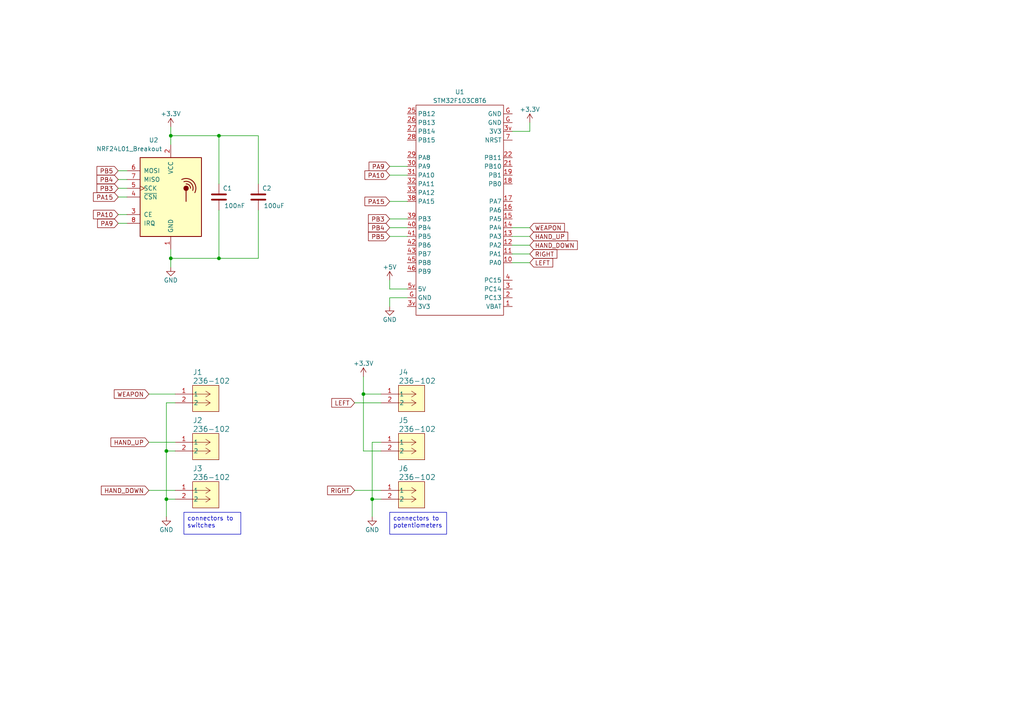
<source format=kicad_sch>
(kicad_sch (version 20230121) (generator eeschema)
  (paper "A4")
  (lib_symbols
    (symbol "236-102:236-102" (pin_names (offset 0.254))
      (property "Reference" "J" (at 8.89 6.35 0))
      (property "Value" "236-102" (at 0 0 0))
      (symbol "236-102_1_1"
        (polyline (pts (xy 10.16 -2.54) (xy 5.08 -2.54)) (stroke (width 0.127)))
        (polyline (pts (xy 10.16 -2.54) (xy 8.89 -3.3867)) (stroke (width 0.127)))
        (polyline (pts (xy 10.16 -2.54) (xy 8.89 -1.6933)) (stroke (width 0.127)))
        (polyline (pts (xy 10.16 0) (xy 5.08 0)) (stroke (width 0.127)))
        (polyline (pts (xy 10.16 0) (xy 8.89 -0.8467)) (stroke (width 0.127)))
        (polyline (pts (xy 10.16 0) (xy 8.89 0.8467)) (stroke (width 0.127)))
        (rectangle (start 5.08 2.54) (end 12.7 -5.08) (fill (type background)))
        (pin unspecified line (at 0 0 0) (length 5.08) (name "1") (number "1"))
        (pin unspecified line (at 0 -2.54 0) (length 5.08) (name "2") (number "2"))
      )
      (symbol "236-102_1_2"
        (polyline (pts (xy 5.08 -5.08) (xy 12.7 -5.08)) (stroke (width 0.127)))
        (polyline (pts (xy 5.08 2.54) (xy 5.08 -5.08)) (stroke (width 0.127)))
        (polyline (pts (xy 7.62 -2.54) (xy 5.08 -2.54)) (stroke (width 0.127)))
        (polyline (pts (xy 7.62 -2.54) (xy 8.89 -3.3867)) (stroke (width 0.127)))
        (polyline (pts (xy 7.62 -2.54) (xy 8.89 -1.6933)) (stroke (width 0.127)))
        (polyline (pts (xy 7.62 0) (xy 5.08 0)) (stroke (width 0.127)))
        (polyline (pts (xy 7.62 0) (xy 8.89 -0.8467)) (stroke (width 0.127)))
        (polyline (pts (xy 7.62 0) (xy 8.89 0.8467)) (stroke (width 0.127)))
        (polyline (pts (xy 12.7 -5.08) (xy 12.7 2.54)) (stroke (width 0.127)))
        (polyline (pts (xy 12.7 2.54) (xy 5.08 2.54)) (stroke (width 0.127)))
        (pin unspecified line (at 0 0 0) (length 5.08) (name "1") (number "1"))
        (pin unspecified line (at 0 -2.54 0) (length 5.08) (name "2") (number "2"))
      )
    )
    (symbol "Device:C" (pin_numbers hide) (pin_names (offset 0.254))
      (property "Reference" "C" (at 0.635 2.54 0))
      (property "Value" "C" (at 0.635 -2.54 0))
      (symbol "C_0_1"
        (polyline (pts (xy -2.032 -0.762) (xy 2.032 -0.762)) (stroke (width 0.508)))
        (polyline (pts (xy -2.032 0.762) (xy 2.032 0.762)) (stroke (width 0.508)))
      )
      (symbol "C_1_1"
        (pin passive line (at 0 3.81 270) (length 2.794) (name "~") (number "1"))
        (pin passive line (at 0 -3.81 90) (length 2.794) (name "~") (number "2"))
      )
    )
    (symbol "RF:NRF24L01_Breakout" (pin_names (offset 1.016))
      (property "Reference" "U" (at -8.89 12.7 0))
      (property "Value" "NRF24L01_Breakout" (at 3.81 12.7 0))
      (symbol "NRF24L01_Breakout_0_1"
        (rectangle (start -8.89 11.43) (end 8.89 -11.43) (stroke (width 0.254)) (fill (type background)))
        (polyline (pts (xy 4.445 1.905) (xy 4.445 -1.27)) (stroke (width 0.254)))
        (circle (center 4.445 2.54) (radius 0.635) (stroke (width 0.254)) (fill (type outline)))
        (arc (start 5.715 2.54) (mid 5.3521 3.4546) (end 4.445 3.81) (stroke (width 0.254)))
        (arc (start 6.35 1.905) (mid 5.8763 3.9854) (end 3.81 4.445) (stroke (width 0.254)))
        (arc (start 6.985 1.27) (mid 6.453 4.548) (end 3.175 5.08) (stroke (width 0.254)))
      )
      (symbol "NRF24L01_Breakout_1_1"
        (pin power_in line (at 0 -15.24 90) (length 3.81) (name "GND") (number "1"))
        (pin power_in line (at 0 15.24 270) (length 3.81) (name "VCC") (number "2"))
        (pin input line (at -12.7 -5.08 0) (length 3.81) (name "CE") (number "3"))
        (pin input line (at -12.7 0 0) (length 3.81) (name "~{CSN}") (number "4"))
        (pin input clock (at -12.7 2.54 0) (length 3.81) (name "SCK") (number "5"))
        (pin input line (at -12.7 7.62 0) (length 3.81) (name "MOSI") (number "6"))
        (pin output line (at -12.7 5.08 0) (length 3.81) (name "MISO") (number "7"))
        (pin output line (at -12.7 -7.62 0) (length 3.81) (name "IRQ") (number "8"))
      )
    )
    (symbol "STM32F103C8T6:STM32F103C8T6_pinout"
      (property "Reference" "U" (at -5.08 64.77 0))
      (property "Value" "STM32F103C8T6" (at 1.27 62.23 0))
      (symbol "STM32F103C8T6_pinout_0_1"
        (rectangle (start -12.7 60.96) (end 12.7 0))
      )
      (symbol "STM32F103C8T6_pinout_1_1"
        (pin power_in line (at 15.24 2.54 180) (length 2.54) (name "VBAT") (number "1"))
        (pin bidirectional line (at 15.24 15.24 180) (length 2.54) (name "PA0") (number "10"))
        (pin bidirectional line (at 15.24 17.78 180) (length 2.54) (name "PA1") (number "11"))
        (pin bidirectional line (at 15.24 20.32 180) (length 2.54) (name "PA2") (number "12"))
        (pin bidirectional line (at 15.24 22.86 180) (length 2.54) (name "PA3") (number "13"))
        (pin bidirectional line (at 15.24 25.4 180) (length 2.54) (name "PA4") (number "14"))
        (pin bidirectional line (at 15.24 27.94 180) (length 2.54) (name "PA5") (number "15"))
        (pin bidirectional line (at 15.24 30.48 180) (length 2.54) (name "PA6") (number "16"))
        (pin bidirectional line (at 15.24 33.02 180) (length 2.54) (name "PA7") (number "17"))
        (pin bidirectional line (at 15.24 38.1 180) (length 2.54) (name "PB0") (number "18"))
        (pin bidirectional line (at 15.24 40.64 180) (length 2.54) (name "PB1") (number "19"))
        (pin bidirectional line (at 15.24 5.08 180) (length 2.54) (name "PC13") (number "2"))
        (pin bidirectional line (at 15.24 43.18 180) (length 2.54) (name "PB10") (number "21"))
        (pin bidirectional line (at 15.24 45.72 180) (length 2.54) (name "PB11") (number "22"))
        (pin bidirectional line (at -15.24 58.42 0) (length 2.54) (name "PB12") (number "25"))
        (pin bidirectional line (at -15.24 55.88 0) (length 2.54) (name "PB13") (number "26"))
        (pin bidirectional line (at -15.24 53.34 0) (length 2.54) (name "PB14") (number "27"))
        (pin bidirectional line (at -15.24 50.8 0) (length 2.54) (name "PB15") (number "28"))
        (pin bidirectional line (at -15.24 45.72 0) (length 2.54) (name "PA8") (number "29"))
        (pin bidirectional line (at 15.24 7.62 180) (length 2.54) (name "PC14") (number "3"))
        (pin bidirectional line (at -15.24 43.18 0) (length 2.54) (name "PA9") (number "30"))
        (pin bidirectional line (at -15.24 40.64 0) (length 2.54) (name "PA10") (number "31"))
        (pin bidirectional line (at -15.24 38.1 0) (length 2.54) (name "PA11") (number "32"))
        (pin bidirectional line (at -15.24 35.56 0) (length 2.54) (name "PA12") (number "33"))
        (pin bidirectional line (at -15.24 33.02 0) (length 2.54) (name "PA15") (number "38"))
        (pin bidirectional line (at -15.24 27.94 0) (length 2.54) (name "PB3") (number "39"))
        (pin power_in line (at -15.24 2.54 0) (length 2.54) (name "3V3") (number "3v"))
        (pin power_in line (at 15.24 53.34 180) (length 2.54) (name "3V3") (number "3v"))
        (pin bidirectional line (at 15.24 10.16 180) (length 2.54) (name "PC15") (number "4"))
        (pin bidirectional line (at -15.24 25.4 0) (length 2.54) (name "PB4") (number "40"))
        (pin bidirectional line (at -15.24 22.86 0) (length 2.54) (name "PB5") (number "41"))
        (pin bidirectional line (at -15.24 20.32 0) (length 2.54) (name "PB6") (number "42"))
        (pin bidirectional line (at -15.24 17.78 0) (length 2.54) (name "PB7") (number "43"))
        (pin bidirectional line (at -15.24 15.24 0) (length 2.54) (name "PB8") (number "45"))
        (pin bidirectional line (at -15.24 12.7 0) (length 2.54) (name "PB9") (number "46"))
        (pin power_in line (at -15.24 7.62 0) (length 2.54) (name "5V") (number "5v"))
        (pin input line (at 15.24 50.8 180) (length 2.54) (name "NRST") (number "7"))
        (pin power_in line (at -15.24 5.08 0) (length 2.54) (name "GND") (number "G"))
        (pin power_in line (at 15.24 55.88 180) (length 2.54) (name "GND") (number "G"))
        (pin power_in line (at 15.24 58.42 180) (length 2.54) (name "GND") (number "G"))
      )
    )
    (symbol "power:+3.3V" (power) (pin_names (offset 0))
      (property "Value" "+3.3V" (at 0 3.556 0))
      (symbol "+3.3V_0_1"
        (polyline (pts (xy -0.762 1.27) (xy 0 2.54)))
        (polyline (pts (xy 0 0) (xy 0 2.54)))
        (polyline (pts (xy 0 2.54) (xy 0.762 1.27)))
      )
      (symbol "+3.3V_1_1"
        (pin power_in line (at 0 0 90) (length 0) hide (name "+3.3V") (number "1"))
      )
    )
    (symbol "power:+5V" (power) (pin_names (offset 0))
      (property "Value" "+5V" (at 0 3.556 0))
      (symbol "+5V_0_1"
        (polyline (pts (xy -0.762 1.27) (xy 0 2.54)))
        (polyline (pts (xy 0 0) (xy 0 2.54)))
        (polyline (pts (xy 0 2.54) (xy 0.762 1.27)))
      )
      (symbol "+5V_1_1"
        (pin power_in line (at 0 0 90) (length 0) hide (name "+5V") (number "1"))
      )
    )
    (symbol "power:GND" (power) (pin_names (offset 0))
      (property "Value" "GND" (at 0 -3.81 0))
      (symbol "GND_0_1"
        (polyline (pts (xy 0 0) (xy 0 -1.27) (xy 1.27 -1.27) (xy 0 -2.54) (xy -1.27 -1.27) (xy 0 -1.27)))
      )
      (symbol "GND_1_1"
        (pin power_in line (at 0 0 270) (length 0) hide (name "GND") (number "1"))
      )
    )
  )
  (junction (at 105.41 114.3))
  (junction (at 48.26 130.81))
  (junction (at 48.26 144.78))
  (junction (at 63.5 39.37))
  (junction (at 49.53 39.37))
  (junction (at 107.95 144.78))
  (junction (at 63.5 74.93))
  (junction (at 49.53 74.93))
  (wire (pts (xy 102.87 116.84) (xy 110.49 116.84)))
  (wire (pts (xy 113.03 48.26) (xy 118.11 48.26)))
  (wire (pts (xy 105.41 130.81) (xy 105.41 114.3)))
  (wire (pts (xy 118.11 86.36) (xy 113.03 86.36)))
  (wire (pts (xy 153.67 38.1) (xy 153.67 35.56)))
  (wire (pts (xy 113.03 68.58) (xy 118.11 68.58)))
  (wire (pts (xy 107.95 128.27) (xy 110.49 128.27)))
  (wire (pts (xy 110.49 114.3) (xy 105.41 114.3)))
  (wire (pts (xy 113.03 63.5) (xy 118.11 63.5)))
  (wire (pts (xy 74.93 39.37) (xy 63.5 39.37)))
  (wire (pts (xy 113.03 81.28) (xy 113.03 83.82)))
  (wire (pts (xy 34.29 62.23) (xy 36.83 62.23)))
  (wire (pts (xy 34.29 54.61) (xy 36.83 54.61)))
  (wire (pts (xy 74.93 74.93) (xy 63.5 74.93)))
  (wire (pts (xy 49.53 36.83) (xy 49.53 39.37)))
  (wire (pts (xy 148.59 66.04) (xy 153.67 66.04)))
  (wire (pts (xy 48.26 144.78) (xy 50.8 144.78)))
  (wire (pts (xy 34.29 52.07) (xy 36.83 52.07)))
  (wire (pts (xy 107.95 144.78) (xy 110.49 144.78)))
  (wire (pts (xy 43.18 142.24) (xy 50.8 142.24)))
  (wire (pts (xy 48.26 130.81) (xy 48.26 144.78)))
  (wire (pts (xy 113.03 86.36) (xy 113.03 88.9)))
  (wire (pts (xy 148.59 71.12) (xy 153.67 71.12)))
  (wire (pts (xy 105.41 109.22) (xy 105.41 114.3)))
  (wire (pts (xy 113.03 83.82) (xy 118.11 83.82)))
  (wire (pts (xy 107.95 144.78) (xy 107.95 149.86)))
  (wire (pts (xy 49.53 39.37) (xy 49.53 41.91)))
  (wire (pts (xy 110.49 130.81) (xy 105.41 130.81)))
  (wire (pts (xy 113.03 66.04) (xy 118.11 66.04)))
  (wire (pts (xy 50.8 116.84) (xy 48.26 116.84)))
  (wire (pts (xy 74.93 60.96) (xy 74.93 74.93)))
  (wire (pts (xy 48.26 149.86) (xy 48.26 144.78)))
  (wire (pts (xy 63.5 39.37) (xy 49.53 39.37)))
  (wire (pts (xy 49.53 72.39) (xy 49.53 74.93)))
  (wire (pts (xy 63.5 60.96) (xy 63.5 74.93)))
  (wire (pts (xy 43.18 114.3) (xy 50.8 114.3)))
  (wire (pts (xy 74.93 53.34) (xy 74.93 39.37)))
  (wire (pts (xy 148.59 68.58) (xy 153.67 68.58)))
  (wire (pts (xy 48.26 130.81) (xy 50.8 130.81)))
  (wire (pts (xy 34.29 64.77) (xy 36.83 64.77)))
  (wire (pts (xy 148.59 73.66) (xy 153.67 73.66)))
  (wire (pts (xy 113.03 50.8) (xy 118.11 50.8)))
  (wire (pts (xy 63.5 53.34) (xy 63.5 39.37)))
  (wire (pts (xy 43.18 128.27) (xy 50.8 128.27)))
  (wire (pts (xy 34.29 57.15) (xy 36.83 57.15)))
  (wire (pts (xy 48.26 116.84) (xy 48.26 130.81)))
  (wire (pts (xy 49.53 74.93) (xy 49.53 77.47)))
  (wire (pts (xy 148.59 76.2) (xy 153.67 76.2)))
  (wire (pts (xy 63.5 74.93) (xy 49.53 74.93)))
  (wire (pts (xy 148.59 38.1) (xy 153.67 38.1)))
  (wire (pts (xy 107.95 128.27) (xy 107.95 144.78)))
  (wire (pts (xy 102.87 142.24) (xy 110.49 142.24)))
  (wire (pts (xy 34.29 49.53) (xy 36.83 49.53)))
  (wire (pts (xy 113.03 58.42) (xy 118.11 58.42)))
  (text_box "connectors to switches" (at 53.34 148.59 0) (size 16.51 6.35) (effects (font (size 1.27 1.27)) (justify left top)))
  (text_box "connectors to potentiometers" (at 113.03 148.59 0) (size 16.51 6.35) (effects (font (size 1.27 1.27)) (justify left top)))
  (global_label "RIGHT" (shape input) (at 102.87 142.24 180) (property "Intersheetrefs" "${INTERSHEET_REFS}" (effects hide)))
  (global_label "PB4" (shape input) (at 113.03 66.04 180) (property "Intersheetrefs" "${INTERSHEET_REFS}" (effects hide)))
  (global_label "PB4" (shape input) (at 34.29 52.07 180) (property "Intersheetrefs" "${INTERSHEET_REFS}" (effects hide)))
  (global_label "LEFT" (shape input) (at 153.67 76.2 0) (property "Intersheetrefs" "${INTERSHEET_REFS}" (effects hide)))
  (global_label "PA10" (shape input) (at 34.29 62.23 180) (property "Intersheetrefs" "${INTERSHEET_REFS}" (effects hide)))
  (global_label "PB5" (shape input) (at 113.03 68.58 180) (property "Intersheetrefs" "${INTERSHEET_REFS}" (effects hide)))
  (global_label "WEAPON" (shape input) (at 153.67 66.04 0) (property "Intersheetrefs" "${INTERSHEET_REFS}" (effects hide)))
  (global_label "PB3" (shape input) (at 34.29 54.61 180) (property "Intersheetrefs" "${INTERSHEET_REFS}" (effects hide)))
  (global_label "HAND_DOWN" (shape input) (at 153.67 71.12 0) (property "Intersheetrefs" "${INTERSHEET_REFS}" (effects hide)))
  (global_label "PA15" (shape input) (at 113.03 58.42 180) (property "Intersheetrefs" "${INTERSHEET_REFS}" (effects hide)))
  (global_label "PA10" (shape input) (at 113.03 50.8 180) (property "Intersheetrefs" "${INTERSHEET_REFS}" (effects hide)))
  (global_label "LEFT" (shape input) (at 102.87 116.84 180) (property "Intersheetrefs" "${INTERSHEET_REFS}" (effects hide)))
  (global_label "HAND_UP" (shape input) (at 153.67 68.58 0) (property "Intersheetrefs" "${INTERSHEET_REFS}" (effects hide)))
  (global_label "WEAPON" (shape input) (at 43.18 114.3 180) (property "Intersheetrefs" "${INTERSHEET_REFS}" (effects hide)))
  (global_label "HAND_DOWN" (shape input) (at 43.18 142.24 180) (property "Intersheetrefs" "${INTERSHEET_REFS}" (effects hide)))
  (global_label "PB3" (shape input) (at 113.03 63.5 180) (property "Intersheetrefs" "${INTERSHEET_REFS}" (effects hide)))
  (global_label "PA15" (shape input) (at 34.29 57.15 180) (property "Intersheetrefs" "${INTERSHEET_REFS}" (effects hide)))
  (global_label "PB5" (shape input) (at 34.29 49.53 180) (property "Intersheetrefs" "${INTERSHEET_REFS}" (effects hide)))
  (global_label "PA9" (shape input) (at 113.03 48.26 180) (property "Intersheetrefs" "${INTERSHEET_REFS}" (effects hide)))
  (global_label "PA9" (shape input) (at 34.29 64.77 180) (property "Intersheetrefs" "${INTERSHEET_REFS}" (effects hide)))
  (global_label "HAND_UP" (shape input) (at 43.18 128.27 180) (property "Intersheetrefs" "${INTERSHEET_REFS}" (effects hide)))
  (global_label "RIGHT" (shape input) (at 153.67 73.66 0) (property "Intersheetrefs" "${INTERSHEET_REFS}" (effects hide)))
  (symbol (lib_id "power:GND") (at 49.53 77.47 0) (unit 1)
    (property "Reference" "#PWR05" (effects hide))
    (property "Value" "GND" (at 49.53 81.28 0))
  )
  (symbol (lib_id "power:+5V") (at 113.03 81.28 0) (unit 1)
    (property "Reference" "#PWR01" (effects hide))
    (property "Value" "+5V" (at 113.03 77.47 0))
  )
  (symbol (lib_id "power:GND") (at 107.95 149.86 0) (unit 1)
    (property "Reference" "#PWR06" (effects hide))
    (property "Value" "GND" (at 107.95 153.67 0))
  )
  (symbol (lib_id "RF:NRF24L01_Breakout") (at 49.53 57.15 0) (unit 1)
    (property "Reference" "U2" (at 43.18 40.64 0) (effects (justify left)))
    (property "Value" "NRF24L01_Breakout" (at 27.94 43.18 0) (effects (justify left)))
    (property "Footprint" "RF_Module:nRF24L01_Breakout" (effects hide))
    (property "Datasheet" "http://www.nordicsemi.com/eng/content/download/2730/34105/file/nRF24L01_Product_Specification_v2_0.pdf" (effects hide))
  )
  (symbol (lib_id "power:+3.3V") (at 105.41 109.22 0) (unit 1)
    (property "Reference" "#PWR07" (effects hide))
    (property "Value" "+3.3V" (at 105.41 105.41 0))
  )
  (symbol (lib_id "Device:C") (at 74.93 57.15 0) (mirror y) (unit 1)
    (property "Reference" "C2" (at 78.74 54.61 0) (effects (justify left)))
    (property "Value" "100uF" (at 82.55 59.69 0) (effects (justify left)))
    (property "Footprint" "Capacitor_THT:CP_Radial_D5.0mm_P2.00mm" (effects hide))
  )
  (symbol (lib_id "236-102:236-102") (at 50.8 142.24 0) (unit 1)
    (property "Reference" "J3" (at 55.88 135.89 0) (effects (font (size 1.524 1.524)) (justify left)))
    (property "Value" "236-102" (at 55.88 138.43 0) (effects (font (size 1.524 1.524)) (justify left)))
    (property "Footprint" "236-102:CONN_236-102_WAG" (effects hide))
    (property "Datasheet" "236-102" (effects hide))
  )
  (symbol (lib_id "236-102:236-102") (at 110.49 128.27 0) (unit 1)
    (property "Reference" "J5" (at 115.57 121.92 0) (effects (font (size 1.524 1.524)) (justify left)))
    (property "Value" "236-102" (at 115.57 124.46 0) (effects (font (size 1.524 1.524)) (justify left)))
    (property "Footprint" "236-102:CONN_236-102_WAG" (effects hide))
    (property "Datasheet" "236-102" (effects hide))
  )
  (symbol (lib_id "power:GND") (at 48.26 149.86 0) (unit 1)
    (property "Reference" "#PWR08" (effects hide))
    (property "Value" "GND" (at 48.26 153.67 0))
  )
  (symbol (lib_id "power:+3.3V") (at 153.67 35.56 0) (unit 1)
    (property "Reference" "#PWR03" (effects hide))
    (property "Value" "+3.3V" (at 153.67 31.75 0))
  )
  (symbol (lib_id "236-102:236-102") (at 110.49 142.24 0) (unit 1)
    (property "Reference" "J6" (at 115.57 135.89 0) (effects (font (size 1.524 1.524)) (justify left)))
    (property "Value" "236-102" (at 115.57 138.43 0) (effects (font (size 1.524 1.524)) (justify left)))
    (property "Footprint" "236-102:CONN_236-102_WAG" (effects hide))
    (property "Datasheet" "236-102" (effects hide))
  )
  (symbol (lib_id "power:GND") (at 113.03 88.9 0) (unit 1)
    (property "Reference" "#PWR02" (effects hide))
    (property "Value" "GND" (at 113.03 92.71 0))
  )
  (symbol (lib_id "power:+3.3V") (at 49.53 36.83 0) (unit 1)
    (property "Reference" "#PWR04" (effects hide))
    (property "Value" "+3.3V" (at 49.53 33.02 0))
  )
  (symbol (lib_id "236-102:236-102") (at 110.49 114.3 0) (unit 1)
    (property "Reference" "J4" (at 115.57 107.95 0) (effects (font (size 1.524 1.524)) (justify left)))
    (property "Value" "236-102" (at 115.57 110.49 0) (effects (font (size 1.524 1.524)) (justify left)))
    (property "Footprint" "236-102:CONN_236-102_WAG" (effects hide))
    (property "Datasheet" "236-102" (effects hide))
  )
  (symbol (lib_id "STM32F103C8T6:STM32F103C8T6_pinout") (at 133.35 91.44 0) (unit 1)
    (property "Reference" "U1" (at 133.35 26.67 0))
    (property "Value" "STM32F103C8T6" (at 133.35 29.21 0))
    (property "Footprint" "STM32F103C8T6_pinout:STM32F103C8T6_pinout" (effects hide))
  )
  (symbol (lib_id "236-102:236-102") (at 50.8 128.27 0) (unit 1)
    (property "Reference" "J2" (at 55.88 121.92 0) (effects (font (size 1.524 1.524)) (justify left)))
    (property "Value" "236-102" (at 55.88 124.46 0) (effects (font (size 1.524 1.524)) (justify left)))
    (property "Footprint" "236-102:CONN_236-102_WAG" (effects hide))
    (property "Datasheet" "236-102" (effects hide))
  )
  (symbol (lib_id "236-102:236-102") (at 50.8 114.3 0) (unit 1)
    (property "Reference" "J1" (at 55.88 107.95 0) (effects (font (size 1.524 1.524)) (justify left)))
    (property "Value" "236-102" (at 55.88 110.49 0) (effects (font (size 1.524 1.524)) (justify left)))
    (property "Footprint" "236-102:CONN_236-102_WAG" (effects hide))
    (property "Datasheet" "236-102" (effects hide))
  )
  (symbol (lib_id "Device:C") (at 63.5 57.15 0) (mirror y) (unit 1)
    (property "Reference" "C1" (at 67.31 54.61 0) (effects (justify left)))
    (property "Value" "100nF" (at 71.12 59.69 0) (effects (justify left)))
    (property "Footprint" "Capacitor_THT:C_Axial_L5.1mm_D3.1mm_P7.50mm_Horizontal" (effects hide))
  )
)
</source>
